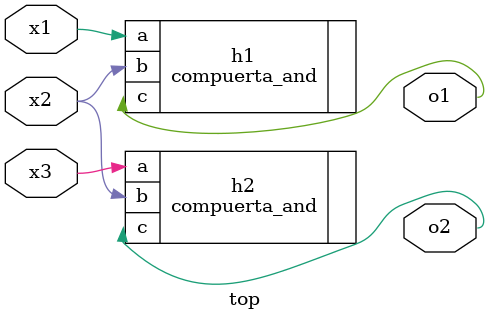
<source format=v>
module top(x1, x2, x3, o1, o2);
	input x1;
	input x2;
	input x3;
	output o1;
	output o2;
	compuerta_and h1(.a(x1), .b(x2), .c(o1));
	compuerta_and h2(.c(o2), .b(x2), .a(x3));
		
endmodule

</source>
